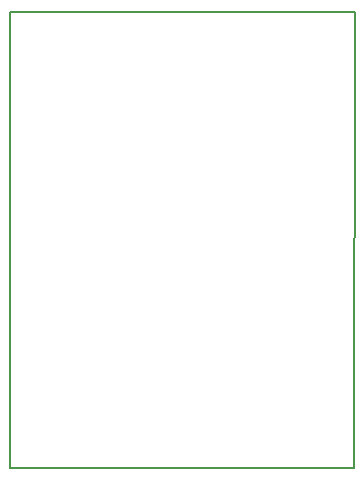
<source format=gbr>
G04 #@! TF.GenerationSoftware,KiCad,Pcbnew,5.0.2-bee76a0~70~ubuntu18.10.1*
G04 #@! TF.CreationDate,2019-03-17T01:32:55+01:00*
G04 #@! TF.ProjectId,Relocator Rotary,52656c6f-6361-4746-9f72-20526f746172,rev?*
G04 #@! TF.SameCoordinates,Original*
G04 #@! TF.FileFunction,Profile,NP*
%FSLAX46Y46*%
G04 Gerber Fmt 4.6, Leading zero omitted, Abs format (unit mm)*
G04 Created by KiCad (PCBNEW 5.0.2-bee76a0~70~ubuntu18.10.1) date dom 17 mar 2019 01:32:55 CET*
%MOMM*%
%LPD*%
G01*
G04 APERTURE LIST*
%ADD10C,0.150000*%
G04 APERTURE END LIST*
D10*
X44145200Y-52882800D02*
X14986000Y-52882800D01*
X44196000Y-14274800D02*
X44145200Y-52882800D01*
X14986000Y-14325600D02*
X44196000Y-14274800D01*
X14986000Y-52882800D02*
X14986000Y-14325600D01*
M02*

</source>
